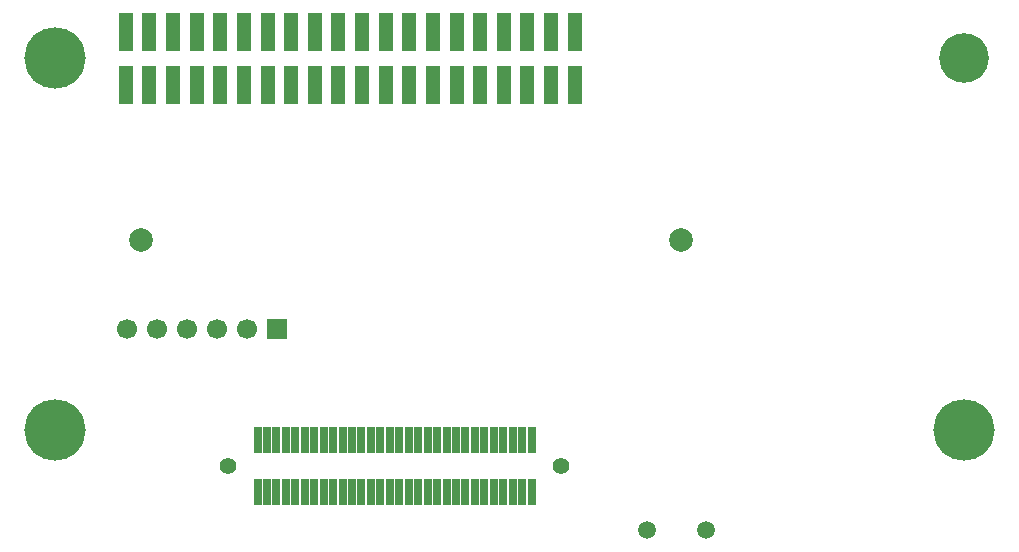
<source format=gbs>
%FSTAX24Y24*%
%MOMM*%
%SFA1B1*%

%IPPOS*%
%ADD29C,1.499997*%
%ADD44R,1.199998X3.199994*%
%ADD45R,0.699999X2.199996*%
%ADD52C,0.999998*%
%ADD53C,1.399997*%
%ADD54C,5.199990*%
%ADD55C,4.199992*%
%ADD56C,1.699997*%
%ADD57R,1.699997X1.699997*%
%ADD58C,1.999996*%
%LNio-testing-mezzanine-1*%
%LPD*%
G54D29*
X641199Y200499D03*
X691199D03*
G54D44*
X199999Y622499D03*
Y577499D03*
X219999Y622499D03*
Y577499D03*
X239999Y622499D03*
Y577499D03*
X259999Y622499D03*
Y577499D03*
X279999Y622499D03*
Y577499D03*
X299999Y622499D03*
Y577499D03*
X319999Y622499D03*
Y577499D03*
X339999Y622499D03*
Y577499D03*
X359999Y622499D03*
Y577499D03*
X379999Y622499D03*
Y577499D03*
X399999Y622499D03*
Y577499D03*
X419999Y622499D03*
Y577499D03*
X439999Y622499D03*
Y577499D03*
X459999Y622499D03*
Y577499D03*
X479999Y622499D03*
Y577499D03*
X499999Y622499D03*
Y577499D03*
X519999Y622499D03*
Y577499D03*
X539999Y622499D03*
Y577499D03*
X559999Y622499D03*
Y577499D03*
X579999Y622499D03*
Y577499D03*
G54D45*
X311499Y276499D03*
X319499Y232499D03*
X327499D03*
X335499D03*
X343499D03*
X351499D03*
X359499D03*
X367499D03*
X375499D03*
X383499D03*
X391499D03*
X399499D03*
X407499D03*
X415499D03*
X423499D03*
X431499D03*
X439499D03*
X447499D03*
X455499D03*
X463499D03*
X471499D03*
X479499D03*
X487499D03*
X495499D03*
X503499D03*
X511499D03*
X519499D03*
X527499D03*
X535499D03*
X543499D03*
X311499D03*
X319499Y276499D03*
X327499D03*
X335499D03*
X343499D03*
X351499D03*
X359499D03*
X367499D03*
X375499D03*
X383499D03*
X391499D03*
X399499D03*
X407499D03*
X415499D03*
X423499D03*
X431499D03*
X439499D03*
X447499D03*
X455499D03*
X463499D03*
X471499D03*
X479499D03*
X487499D03*
X495499D03*
X503499D03*
X511499D03*
X519499D03*
X527499D03*
X535499D03*
X543499D03*
G54D52*
X568499Y254499D03*
X286499D03*
G54D53*
X286499Y254499D03*
X568499D03*
G54D54*
X139999Y284999D03*
X909999D03*
X139999Y599999D03*
G54D55*
X909999Y599999D03*
G54D56*
X200599Y370399D03*
X225999D03*
X251399D03*
X276799D03*
X302199D03*
G54D57*
X327599Y370399D03*
G54D58*
X669899Y446099D03*
X212699Y446299D03*
M02*
</source>
